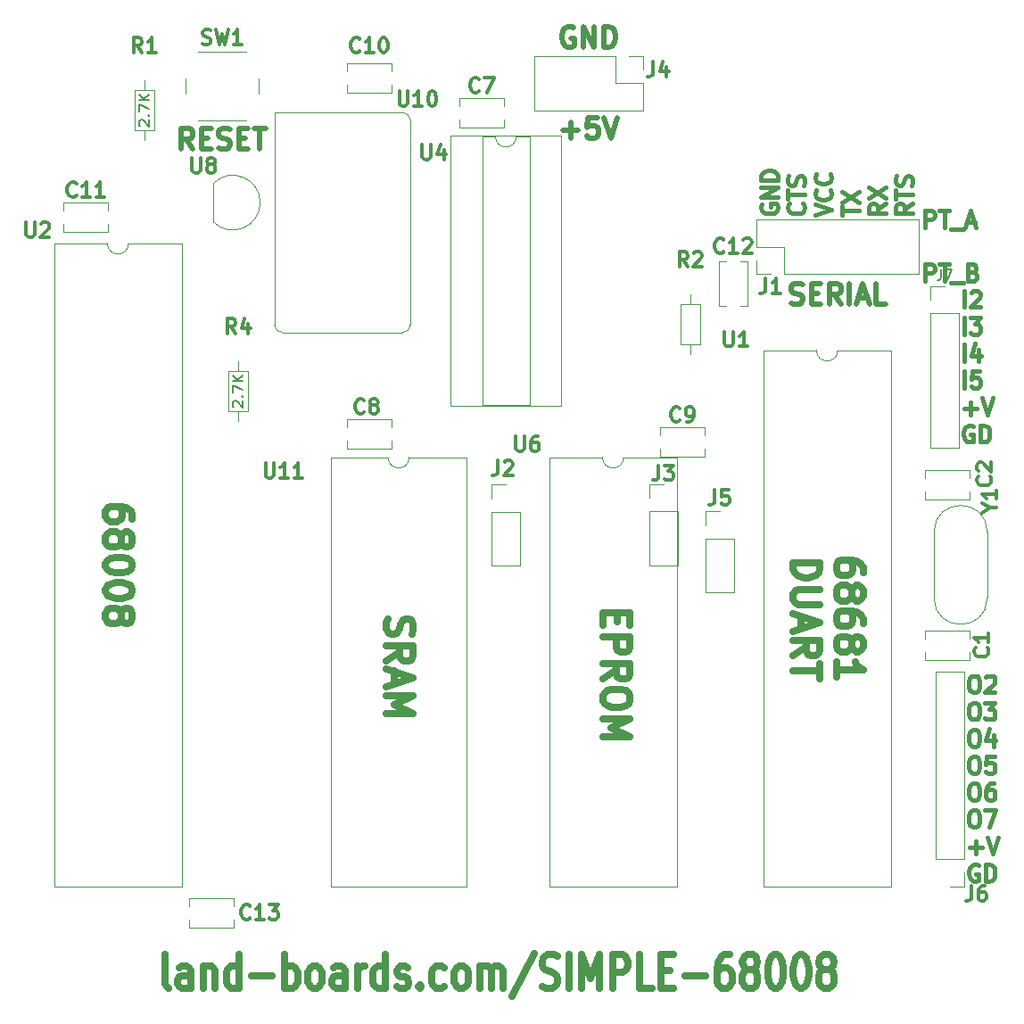
<source format=gto>
G04 #@! TF.GenerationSoftware,KiCad,Pcbnew,(6.0.1)*
G04 #@! TF.CreationDate,2022-09-13T20:38:39-04:00*
G04 #@! TF.ProjectId,SIMPLE-68008,53494d50-4c45-42d3-9638-3030382e6b69,1*
G04 #@! TF.SameCoordinates,Original*
G04 #@! TF.FileFunction,Legend,Top*
G04 #@! TF.FilePolarity,Positive*
%FSLAX46Y46*%
G04 Gerber Fmt 4.6, Leading zero omitted, Abs format (unit mm)*
G04 Created by KiCad (PCBNEW (6.0.1)) date 2022-09-13 20:38:39*
%MOMM*%
%LPD*%
G01*
G04 APERTURE LIST*
%ADD10C,0.381000*%
%ADD11C,0.476250*%
%ADD12C,0.396875*%
%ADD13C,0.635000*%
%ADD14C,0.150000*%
%ADD15C,0.349250*%
%ADD16C,0.120000*%
G04 APERTURE END LIST*
D10*
X180696507Y-72052467D02*
X180696507Y-70464967D01*
X181349650Y-70616158D02*
X181422221Y-70540563D01*
X181567364Y-70464967D01*
X181930221Y-70464967D01*
X182075364Y-70540563D01*
X182147935Y-70616158D01*
X182220507Y-70767348D01*
X182220507Y-70918539D01*
X182147935Y-71145324D01*
X181277078Y-72052467D01*
X182220507Y-72052467D01*
X180696507Y-74608342D02*
X180696507Y-73020842D01*
X181277078Y-73020842D02*
X182220507Y-73020842D01*
X181712507Y-73625604D01*
X181930221Y-73625604D01*
X182075364Y-73701199D01*
X182147935Y-73776795D01*
X182220507Y-73927985D01*
X182220507Y-74305961D01*
X182147935Y-74457152D01*
X182075364Y-74532747D01*
X181930221Y-74608342D01*
X181494792Y-74608342D01*
X181349650Y-74532747D01*
X181277078Y-74457152D01*
X180696507Y-77164217D02*
X180696507Y-75576717D01*
X182075364Y-76105884D02*
X182075364Y-77164217D01*
X181712507Y-75501122D02*
X181349650Y-76635051D01*
X182293078Y-76635051D01*
X180696507Y-79720092D02*
X180696507Y-78132592D01*
X182147935Y-78132592D02*
X181422221Y-78132592D01*
X181349650Y-78888545D01*
X181422221Y-78812949D01*
X181567364Y-78737354D01*
X181930221Y-78737354D01*
X182075364Y-78812949D01*
X182147935Y-78888545D01*
X182220507Y-79039735D01*
X182220507Y-79417711D01*
X182147935Y-79568902D01*
X182075364Y-79644497D01*
X181930221Y-79720092D01*
X181567364Y-79720092D01*
X181422221Y-79644497D01*
X181349650Y-79568902D01*
X180696507Y-81671205D02*
X181857650Y-81671205D01*
X181277078Y-82275967D02*
X181277078Y-81066443D01*
X182365650Y-80688467D02*
X182873650Y-82275967D01*
X183381650Y-80688467D01*
X181494792Y-83319938D02*
X181349650Y-83244342D01*
X181131935Y-83244342D01*
X180914221Y-83319938D01*
X180769078Y-83471128D01*
X180696507Y-83622318D01*
X180623935Y-83924699D01*
X180623935Y-84151485D01*
X180696507Y-84453866D01*
X180769078Y-84605057D01*
X180914221Y-84756247D01*
X181131935Y-84831842D01*
X181277078Y-84831842D01*
X181494792Y-84756247D01*
X181567364Y-84680652D01*
X181567364Y-84151485D01*
X181277078Y-84151485D01*
X182220507Y-84831842D02*
X182220507Y-83244342D01*
X182583364Y-83244342D01*
X182801078Y-83319938D01*
X182946221Y-83471128D01*
X183018792Y-83622318D01*
X183091364Y-83924699D01*
X183091364Y-84151485D01*
X183018792Y-84453866D01*
X182946221Y-84605057D01*
X182801078Y-84756247D01*
X182583364Y-84831842D01*
X182220507Y-84831842D01*
X181494792Y-107025092D02*
X181785078Y-107025092D01*
X181930221Y-107100688D01*
X182075364Y-107251878D01*
X182147935Y-107554259D01*
X182147935Y-108083426D01*
X182075364Y-108385807D01*
X181930221Y-108536997D01*
X181785078Y-108612592D01*
X181494792Y-108612592D01*
X181349650Y-108536997D01*
X181204507Y-108385807D01*
X181131935Y-108083426D01*
X181131935Y-107554259D01*
X181204507Y-107251878D01*
X181349650Y-107100688D01*
X181494792Y-107025092D01*
X182728507Y-107176283D02*
X182801078Y-107100688D01*
X182946221Y-107025092D01*
X183309078Y-107025092D01*
X183454221Y-107100688D01*
X183526792Y-107176283D01*
X183599364Y-107327473D01*
X183599364Y-107478664D01*
X183526792Y-107705449D01*
X182655935Y-108612592D01*
X183599364Y-108612592D01*
X181494792Y-109580967D02*
X181785078Y-109580967D01*
X181930221Y-109656563D01*
X182075364Y-109807753D01*
X182147935Y-110110134D01*
X182147935Y-110639301D01*
X182075364Y-110941682D01*
X181930221Y-111092872D01*
X181785078Y-111168467D01*
X181494792Y-111168467D01*
X181349650Y-111092872D01*
X181204507Y-110941682D01*
X181131935Y-110639301D01*
X181131935Y-110110134D01*
X181204507Y-109807753D01*
X181349650Y-109656563D01*
X181494792Y-109580967D01*
X182655935Y-109580967D02*
X183599364Y-109580967D01*
X183091364Y-110185729D01*
X183309078Y-110185729D01*
X183454221Y-110261324D01*
X183526792Y-110336920D01*
X183599364Y-110488110D01*
X183599364Y-110866086D01*
X183526792Y-111017277D01*
X183454221Y-111092872D01*
X183309078Y-111168467D01*
X182873650Y-111168467D01*
X182728507Y-111092872D01*
X182655935Y-111017277D01*
X181494792Y-112136842D02*
X181785078Y-112136842D01*
X181930221Y-112212438D01*
X182075364Y-112363628D01*
X182147935Y-112666009D01*
X182147935Y-113195176D01*
X182075364Y-113497557D01*
X181930221Y-113648747D01*
X181785078Y-113724342D01*
X181494792Y-113724342D01*
X181349650Y-113648747D01*
X181204507Y-113497557D01*
X181131935Y-113195176D01*
X181131935Y-112666009D01*
X181204507Y-112363628D01*
X181349650Y-112212438D01*
X181494792Y-112136842D01*
X183454221Y-112666009D02*
X183454221Y-113724342D01*
X183091364Y-112061247D02*
X182728507Y-113195176D01*
X183671935Y-113195176D01*
X181494792Y-114692717D02*
X181785078Y-114692717D01*
X181930221Y-114768313D01*
X182075364Y-114919503D01*
X182147935Y-115221884D01*
X182147935Y-115751051D01*
X182075364Y-116053432D01*
X181930221Y-116204622D01*
X181785078Y-116280217D01*
X181494792Y-116280217D01*
X181349650Y-116204622D01*
X181204507Y-116053432D01*
X181131935Y-115751051D01*
X181131935Y-115221884D01*
X181204507Y-114919503D01*
X181349650Y-114768313D01*
X181494792Y-114692717D01*
X183526792Y-114692717D02*
X182801078Y-114692717D01*
X182728507Y-115448670D01*
X182801078Y-115373074D01*
X182946221Y-115297479D01*
X183309078Y-115297479D01*
X183454221Y-115373074D01*
X183526792Y-115448670D01*
X183599364Y-115599860D01*
X183599364Y-115977836D01*
X183526792Y-116129027D01*
X183454221Y-116204622D01*
X183309078Y-116280217D01*
X182946221Y-116280217D01*
X182801078Y-116204622D01*
X182728507Y-116129027D01*
X181494792Y-117248592D02*
X181785078Y-117248592D01*
X181930221Y-117324188D01*
X182075364Y-117475378D01*
X182147935Y-117777759D01*
X182147935Y-118306926D01*
X182075364Y-118609307D01*
X181930221Y-118760497D01*
X181785078Y-118836092D01*
X181494792Y-118836092D01*
X181349650Y-118760497D01*
X181204507Y-118609307D01*
X181131935Y-118306926D01*
X181131935Y-117777759D01*
X181204507Y-117475378D01*
X181349650Y-117324188D01*
X181494792Y-117248592D01*
X183454221Y-117248592D02*
X183163935Y-117248592D01*
X183018792Y-117324188D01*
X182946221Y-117399783D01*
X182801078Y-117626568D01*
X182728507Y-117928949D01*
X182728507Y-118533711D01*
X182801078Y-118684902D01*
X182873650Y-118760497D01*
X183018792Y-118836092D01*
X183309078Y-118836092D01*
X183454221Y-118760497D01*
X183526792Y-118684902D01*
X183599364Y-118533711D01*
X183599364Y-118155735D01*
X183526792Y-118004545D01*
X183454221Y-117928949D01*
X183309078Y-117853354D01*
X183018792Y-117853354D01*
X182873650Y-117928949D01*
X182801078Y-118004545D01*
X182728507Y-118155735D01*
X181494792Y-119804467D02*
X181785078Y-119804467D01*
X181930221Y-119880063D01*
X182075364Y-120031253D01*
X182147935Y-120333634D01*
X182147935Y-120862801D01*
X182075364Y-121165182D01*
X181930221Y-121316372D01*
X181785078Y-121391967D01*
X181494792Y-121391967D01*
X181349650Y-121316372D01*
X181204507Y-121165182D01*
X181131935Y-120862801D01*
X181131935Y-120333634D01*
X181204507Y-120031253D01*
X181349650Y-119880063D01*
X181494792Y-119804467D01*
X182655935Y-119804467D02*
X183671935Y-119804467D01*
X183018792Y-121391967D01*
X181204507Y-123343080D02*
X182365650Y-123343080D01*
X181785078Y-123947842D02*
X181785078Y-122738318D01*
X182873650Y-122360342D02*
X183381650Y-123947842D01*
X183889650Y-122360342D01*
X182002792Y-124991813D02*
X181857650Y-124916217D01*
X181639935Y-124916217D01*
X181422221Y-124991813D01*
X181277078Y-125143003D01*
X181204507Y-125294193D01*
X181131935Y-125596574D01*
X181131935Y-125823360D01*
X181204507Y-126125741D01*
X181277078Y-126276932D01*
X181422221Y-126428122D01*
X181639935Y-126503717D01*
X181785078Y-126503717D01*
X182002792Y-126428122D01*
X182075364Y-126352527D01*
X182075364Y-125823360D01*
X181785078Y-125823360D01*
X182728507Y-126503717D02*
X182728507Y-124916217D01*
X183091364Y-124916217D01*
X183309078Y-124991813D01*
X183454221Y-125143003D01*
X183526792Y-125294193D01*
X183599364Y-125596574D01*
X183599364Y-125823360D01*
X183526792Y-126125741D01*
X183454221Y-126276932D01*
X183309078Y-126428122D01*
X183091364Y-126503717D01*
X182728507Y-126503717D01*
D11*
X164256357Y-71637071D02*
X164528500Y-71727785D01*
X164982071Y-71727785D01*
X165163500Y-71637071D01*
X165254214Y-71546357D01*
X165344928Y-71364928D01*
X165344928Y-71183500D01*
X165254214Y-71002071D01*
X165163500Y-70911357D01*
X164982071Y-70820642D01*
X164619214Y-70729928D01*
X164437785Y-70639214D01*
X164347071Y-70548500D01*
X164256357Y-70367071D01*
X164256357Y-70185642D01*
X164347071Y-70004214D01*
X164437785Y-69913500D01*
X164619214Y-69822785D01*
X165072785Y-69822785D01*
X165344928Y-69913500D01*
X166161357Y-70729928D02*
X166796357Y-70729928D01*
X167068500Y-71727785D02*
X166161357Y-71727785D01*
X166161357Y-69822785D01*
X167068500Y-69822785D01*
X168973500Y-71727785D02*
X168338500Y-70820642D01*
X167884928Y-71727785D02*
X167884928Y-69822785D01*
X168610642Y-69822785D01*
X168792071Y-69913500D01*
X168882785Y-70004214D01*
X168973500Y-70185642D01*
X168973500Y-70457785D01*
X168882785Y-70639214D01*
X168792071Y-70729928D01*
X168610642Y-70820642D01*
X167884928Y-70820642D01*
X169789928Y-71727785D02*
X169789928Y-69822785D01*
X170606357Y-71183500D02*
X171513500Y-71183500D01*
X170424928Y-71727785D02*
X171059928Y-69822785D01*
X171694928Y-71727785D01*
X173237071Y-71727785D02*
X172329928Y-71727785D01*
X172329928Y-69822785D01*
X107469214Y-56995785D02*
X106834214Y-56088642D01*
X106380642Y-56995785D02*
X106380642Y-55090785D01*
X107106357Y-55090785D01*
X107287785Y-55181500D01*
X107378500Y-55272214D01*
X107469214Y-55453642D01*
X107469214Y-55725785D01*
X107378500Y-55907214D01*
X107287785Y-55997928D01*
X107106357Y-56088642D01*
X106380642Y-56088642D01*
X108285642Y-55997928D02*
X108920642Y-55997928D01*
X109192785Y-56995785D02*
X108285642Y-56995785D01*
X108285642Y-55090785D01*
X109192785Y-55090785D01*
X109918500Y-56905071D02*
X110190642Y-56995785D01*
X110644214Y-56995785D01*
X110825642Y-56905071D01*
X110916357Y-56814357D01*
X111007071Y-56632928D01*
X111007071Y-56451500D01*
X110916357Y-56270071D01*
X110825642Y-56179357D01*
X110644214Y-56088642D01*
X110281357Y-55997928D01*
X110099928Y-55907214D01*
X110009214Y-55816500D01*
X109918500Y-55635071D01*
X109918500Y-55453642D01*
X110009214Y-55272214D01*
X110099928Y-55181500D01*
X110281357Y-55090785D01*
X110734928Y-55090785D01*
X111007071Y-55181500D01*
X111823500Y-55997928D02*
X112458500Y-55997928D01*
X112730642Y-56995785D02*
X111823500Y-56995785D01*
X111823500Y-55090785D01*
X112730642Y-55090785D01*
X113274928Y-55090785D02*
X114363500Y-55090785D01*
X113819214Y-56995785D02*
X113819214Y-55090785D01*
D12*
X176971944Y-64461279D02*
X176971944Y-62873779D01*
X177576706Y-62873779D01*
X177727897Y-62949375D01*
X177803492Y-63024970D01*
X177879087Y-63176160D01*
X177879087Y-63402946D01*
X177803492Y-63554136D01*
X177727897Y-63629732D01*
X177576706Y-63705327D01*
X176971944Y-63705327D01*
X178332659Y-62873779D02*
X179239802Y-62873779D01*
X178786230Y-64461279D02*
X178786230Y-62873779D01*
X179390992Y-64612470D02*
X180600516Y-64612470D01*
X180902897Y-64007708D02*
X181658849Y-64007708D01*
X180751706Y-64461279D02*
X181280873Y-62873779D01*
X181810040Y-64461279D01*
X176971944Y-69573029D02*
X176971944Y-67985529D01*
X177576706Y-67985529D01*
X177727897Y-68061125D01*
X177803492Y-68136720D01*
X177879087Y-68287910D01*
X177879087Y-68514696D01*
X177803492Y-68665886D01*
X177727897Y-68741482D01*
X177576706Y-68817077D01*
X176971944Y-68817077D01*
X178332659Y-67985529D02*
X179239802Y-67985529D01*
X178786230Y-69573029D02*
X178786230Y-67985529D01*
X179390992Y-69724220D02*
X180600516Y-69724220D01*
X181507659Y-68741482D02*
X181734444Y-68817077D01*
X181810040Y-68892672D01*
X181885635Y-69043863D01*
X181885635Y-69270648D01*
X181810040Y-69421839D01*
X181734444Y-69497434D01*
X181583254Y-69573029D01*
X180978492Y-69573029D01*
X180978492Y-67985529D01*
X181507659Y-67985529D01*
X181658849Y-68061125D01*
X181734444Y-68136720D01*
X181810040Y-68287910D01*
X181810040Y-68439101D01*
X181734444Y-68590291D01*
X181658849Y-68665886D01*
X181507659Y-68741482D01*
X180978492Y-68741482D01*
D13*
X105190333Y-136696153D02*
X104948428Y-136544963D01*
X104827476Y-136242582D01*
X104827476Y-133521153D01*
X107246523Y-136696153D02*
X107246523Y-135033058D01*
X107125571Y-134730677D01*
X106883666Y-134579486D01*
X106399857Y-134579486D01*
X106157952Y-134730677D01*
X107246523Y-136544963D02*
X107004619Y-136696153D01*
X106399857Y-136696153D01*
X106157952Y-136544963D01*
X106037000Y-136242582D01*
X106037000Y-135940201D01*
X106157952Y-135637820D01*
X106399857Y-135486629D01*
X107004619Y-135486629D01*
X107246523Y-135335439D01*
X108456047Y-134579486D02*
X108456047Y-136696153D01*
X108456047Y-134881867D02*
X108577000Y-134730677D01*
X108818904Y-134579486D01*
X109181761Y-134579486D01*
X109423666Y-134730677D01*
X109544619Y-135033058D01*
X109544619Y-136696153D01*
X111842714Y-136696153D02*
X111842714Y-133521153D01*
X111842714Y-136544963D02*
X111600809Y-136696153D01*
X111117000Y-136696153D01*
X110875095Y-136544963D01*
X110754142Y-136393772D01*
X110633190Y-136091391D01*
X110633190Y-135184248D01*
X110754142Y-134881867D01*
X110875095Y-134730677D01*
X111117000Y-134579486D01*
X111600809Y-134579486D01*
X111842714Y-134730677D01*
X113052238Y-135486629D02*
X114987476Y-135486629D01*
X116197000Y-136696153D02*
X116197000Y-133521153D01*
X116197000Y-134730677D02*
X116438904Y-134579486D01*
X116922714Y-134579486D01*
X117164619Y-134730677D01*
X117285571Y-134881867D01*
X117406523Y-135184248D01*
X117406523Y-136091391D01*
X117285571Y-136393772D01*
X117164619Y-136544963D01*
X116922714Y-136696153D01*
X116438904Y-136696153D01*
X116197000Y-136544963D01*
X118857952Y-136696153D02*
X118616047Y-136544963D01*
X118495095Y-136393772D01*
X118374142Y-136091391D01*
X118374142Y-135184248D01*
X118495095Y-134881867D01*
X118616047Y-134730677D01*
X118857952Y-134579486D01*
X119220809Y-134579486D01*
X119462714Y-134730677D01*
X119583666Y-134881867D01*
X119704619Y-135184248D01*
X119704619Y-136091391D01*
X119583666Y-136393772D01*
X119462714Y-136544963D01*
X119220809Y-136696153D01*
X118857952Y-136696153D01*
X121881761Y-136696153D02*
X121881761Y-135033058D01*
X121760809Y-134730677D01*
X121518904Y-134579486D01*
X121035095Y-134579486D01*
X120793190Y-134730677D01*
X121881761Y-136544963D02*
X121639857Y-136696153D01*
X121035095Y-136696153D01*
X120793190Y-136544963D01*
X120672238Y-136242582D01*
X120672238Y-135940201D01*
X120793190Y-135637820D01*
X121035095Y-135486629D01*
X121639857Y-135486629D01*
X121881761Y-135335439D01*
X123091285Y-136696153D02*
X123091285Y-134579486D01*
X123091285Y-135184248D02*
X123212238Y-134881867D01*
X123333190Y-134730677D01*
X123575095Y-134579486D01*
X123817000Y-134579486D01*
X125752238Y-136696153D02*
X125752238Y-133521153D01*
X125752238Y-136544963D02*
X125510333Y-136696153D01*
X125026523Y-136696153D01*
X124784619Y-136544963D01*
X124663666Y-136393772D01*
X124542714Y-136091391D01*
X124542714Y-135184248D01*
X124663666Y-134881867D01*
X124784619Y-134730677D01*
X125026523Y-134579486D01*
X125510333Y-134579486D01*
X125752238Y-134730677D01*
X126840809Y-136544963D02*
X127082714Y-136696153D01*
X127566523Y-136696153D01*
X127808428Y-136544963D01*
X127929380Y-136242582D01*
X127929380Y-136091391D01*
X127808428Y-135789010D01*
X127566523Y-135637820D01*
X127203666Y-135637820D01*
X126961761Y-135486629D01*
X126840809Y-135184248D01*
X126840809Y-135033058D01*
X126961761Y-134730677D01*
X127203666Y-134579486D01*
X127566523Y-134579486D01*
X127808428Y-134730677D01*
X129017952Y-136393772D02*
X129138904Y-136544963D01*
X129017952Y-136696153D01*
X128897000Y-136544963D01*
X129017952Y-136393772D01*
X129017952Y-136696153D01*
X131316047Y-136544963D02*
X131074142Y-136696153D01*
X130590333Y-136696153D01*
X130348428Y-136544963D01*
X130227476Y-136393772D01*
X130106523Y-136091391D01*
X130106523Y-135184248D01*
X130227476Y-134881867D01*
X130348428Y-134730677D01*
X130590333Y-134579486D01*
X131074142Y-134579486D01*
X131316047Y-134730677D01*
X132767476Y-136696153D02*
X132525571Y-136544963D01*
X132404619Y-136393772D01*
X132283666Y-136091391D01*
X132283666Y-135184248D01*
X132404619Y-134881867D01*
X132525571Y-134730677D01*
X132767476Y-134579486D01*
X133130333Y-134579486D01*
X133372238Y-134730677D01*
X133493190Y-134881867D01*
X133614142Y-135184248D01*
X133614142Y-136091391D01*
X133493190Y-136393772D01*
X133372238Y-136544963D01*
X133130333Y-136696153D01*
X132767476Y-136696153D01*
X134702714Y-136696153D02*
X134702714Y-134579486D01*
X134702714Y-134881867D02*
X134823666Y-134730677D01*
X135065571Y-134579486D01*
X135428428Y-134579486D01*
X135670333Y-134730677D01*
X135791285Y-135033058D01*
X135791285Y-136696153D01*
X135791285Y-135033058D02*
X135912238Y-134730677D01*
X136154142Y-134579486D01*
X136517000Y-134579486D01*
X136758904Y-134730677D01*
X136879857Y-135033058D01*
X136879857Y-136696153D01*
X139903666Y-133369963D02*
X137726523Y-137452105D01*
X140629380Y-136544963D02*
X140992238Y-136696153D01*
X141597000Y-136696153D01*
X141838904Y-136544963D01*
X141959857Y-136393772D01*
X142080809Y-136091391D01*
X142080809Y-135789010D01*
X141959857Y-135486629D01*
X141838904Y-135335439D01*
X141597000Y-135184248D01*
X141113190Y-135033058D01*
X140871285Y-134881867D01*
X140750333Y-134730677D01*
X140629380Y-134428296D01*
X140629380Y-134125915D01*
X140750333Y-133823534D01*
X140871285Y-133672344D01*
X141113190Y-133521153D01*
X141717952Y-133521153D01*
X142080809Y-133672344D01*
X143169380Y-136696153D02*
X143169380Y-133521153D01*
X144378904Y-136696153D02*
X144378904Y-133521153D01*
X145225571Y-135789010D01*
X146072238Y-133521153D01*
X146072238Y-136696153D01*
X147281761Y-136696153D02*
X147281761Y-133521153D01*
X148249380Y-133521153D01*
X148491285Y-133672344D01*
X148612238Y-133823534D01*
X148733190Y-134125915D01*
X148733190Y-134579486D01*
X148612238Y-134881867D01*
X148491285Y-135033058D01*
X148249380Y-135184248D01*
X147281761Y-135184248D01*
X151031285Y-136696153D02*
X149821761Y-136696153D01*
X149821761Y-133521153D01*
X151877952Y-135033058D02*
X152724619Y-135033058D01*
X153087476Y-136696153D02*
X151877952Y-136696153D01*
X151877952Y-133521153D01*
X153087476Y-133521153D01*
X154176047Y-135486629D02*
X156111285Y-135486629D01*
X158409380Y-133521153D02*
X157925571Y-133521153D01*
X157683666Y-133672344D01*
X157562714Y-133823534D01*
X157320809Y-134277105D01*
X157199857Y-134881867D01*
X157199857Y-136091391D01*
X157320809Y-136393772D01*
X157441761Y-136544963D01*
X157683666Y-136696153D01*
X158167476Y-136696153D01*
X158409380Y-136544963D01*
X158530333Y-136393772D01*
X158651285Y-136091391D01*
X158651285Y-135335439D01*
X158530333Y-135033058D01*
X158409380Y-134881867D01*
X158167476Y-134730677D01*
X157683666Y-134730677D01*
X157441761Y-134881867D01*
X157320809Y-135033058D01*
X157199857Y-135335439D01*
X160102714Y-134881867D02*
X159860809Y-134730677D01*
X159739857Y-134579486D01*
X159618904Y-134277105D01*
X159618904Y-134125915D01*
X159739857Y-133823534D01*
X159860809Y-133672344D01*
X160102714Y-133521153D01*
X160586523Y-133521153D01*
X160828428Y-133672344D01*
X160949380Y-133823534D01*
X161070333Y-134125915D01*
X161070333Y-134277105D01*
X160949380Y-134579486D01*
X160828428Y-134730677D01*
X160586523Y-134881867D01*
X160102714Y-134881867D01*
X159860809Y-135033058D01*
X159739857Y-135184248D01*
X159618904Y-135486629D01*
X159618904Y-136091391D01*
X159739857Y-136393772D01*
X159860809Y-136544963D01*
X160102714Y-136696153D01*
X160586523Y-136696153D01*
X160828428Y-136544963D01*
X160949380Y-136393772D01*
X161070333Y-136091391D01*
X161070333Y-135486629D01*
X160949380Y-135184248D01*
X160828428Y-135033058D01*
X160586523Y-134881867D01*
X162642714Y-133521153D02*
X162884619Y-133521153D01*
X163126523Y-133672344D01*
X163247476Y-133823534D01*
X163368428Y-134125915D01*
X163489380Y-134730677D01*
X163489380Y-135486629D01*
X163368428Y-136091391D01*
X163247476Y-136393772D01*
X163126523Y-136544963D01*
X162884619Y-136696153D01*
X162642714Y-136696153D01*
X162400809Y-136544963D01*
X162279857Y-136393772D01*
X162158904Y-136091391D01*
X162037952Y-135486629D01*
X162037952Y-134730677D01*
X162158904Y-134125915D01*
X162279857Y-133823534D01*
X162400809Y-133672344D01*
X162642714Y-133521153D01*
X165061761Y-133521153D02*
X165303666Y-133521153D01*
X165545571Y-133672344D01*
X165666523Y-133823534D01*
X165787476Y-134125915D01*
X165908428Y-134730677D01*
X165908428Y-135486629D01*
X165787476Y-136091391D01*
X165666523Y-136393772D01*
X165545571Y-136544963D01*
X165303666Y-136696153D01*
X165061761Y-136696153D01*
X164819857Y-136544963D01*
X164698904Y-136393772D01*
X164577952Y-136091391D01*
X164457000Y-135486629D01*
X164457000Y-134730677D01*
X164577952Y-134125915D01*
X164698904Y-133823534D01*
X164819857Y-133672344D01*
X165061761Y-133521153D01*
X167359857Y-134881867D02*
X167117952Y-134730677D01*
X166997000Y-134579486D01*
X166876047Y-134277105D01*
X166876047Y-134125915D01*
X166997000Y-133823534D01*
X167117952Y-133672344D01*
X167359857Y-133521153D01*
X167843666Y-133521153D01*
X168085571Y-133672344D01*
X168206523Y-133823534D01*
X168327476Y-134125915D01*
X168327476Y-134277105D01*
X168206523Y-134579486D01*
X168085571Y-134730677D01*
X167843666Y-134881867D01*
X167359857Y-134881867D01*
X167117952Y-135033058D01*
X166997000Y-135184248D01*
X166876047Y-135486629D01*
X166876047Y-136091391D01*
X166997000Y-136393772D01*
X167117952Y-136544963D01*
X167359857Y-136696153D01*
X167843666Y-136696153D01*
X168085571Y-136544963D01*
X168206523Y-136393772D01*
X168327476Y-136091391D01*
X168327476Y-135486629D01*
X168206523Y-135184248D01*
X168085571Y-135033058D01*
X167843666Y-134881867D01*
X125971904Y-101636285D02*
X125850952Y-101999142D01*
X125850952Y-102603904D01*
X125971904Y-102845809D01*
X126092857Y-102966761D01*
X126334761Y-103087714D01*
X126576666Y-103087714D01*
X126818571Y-102966761D01*
X126939523Y-102845809D01*
X127060476Y-102603904D01*
X127181428Y-102120095D01*
X127302380Y-101878190D01*
X127423333Y-101757238D01*
X127665238Y-101636285D01*
X127907142Y-101636285D01*
X128149047Y-101757238D01*
X128270000Y-101878190D01*
X128390952Y-102120095D01*
X128390952Y-102724857D01*
X128270000Y-103087714D01*
X125850952Y-105627714D02*
X127060476Y-104781047D01*
X125850952Y-104176285D02*
X128390952Y-104176285D01*
X128390952Y-105143904D01*
X128270000Y-105385809D01*
X128149047Y-105506761D01*
X127907142Y-105627714D01*
X127544285Y-105627714D01*
X127302380Y-105506761D01*
X127181428Y-105385809D01*
X127060476Y-105143904D01*
X127060476Y-104176285D01*
X126576666Y-106595333D02*
X126576666Y-107804857D01*
X125850952Y-106353428D02*
X128390952Y-107200095D01*
X125850952Y-108046761D01*
X125850952Y-108893428D02*
X128390952Y-108893428D01*
X126576666Y-109740095D01*
X128390952Y-110586761D01*
X125850952Y-110586761D01*
D11*
X143582571Y-45529500D02*
X143401142Y-45438785D01*
X143129000Y-45438785D01*
X142856857Y-45529500D01*
X142675428Y-45710928D01*
X142584714Y-45892357D01*
X142494000Y-46255214D01*
X142494000Y-46527357D01*
X142584714Y-46890214D01*
X142675428Y-47071642D01*
X142856857Y-47253071D01*
X143129000Y-47343785D01*
X143310428Y-47343785D01*
X143582571Y-47253071D01*
X143673285Y-47162357D01*
X143673285Y-46527357D01*
X143310428Y-46527357D01*
X144489714Y-47343785D02*
X144489714Y-45438785D01*
X145578285Y-47343785D01*
X145578285Y-45438785D01*
X146485428Y-47343785D02*
X146485428Y-45438785D01*
X146939000Y-45438785D01*
X147211142Y-45529500D01*
X147392571Y-45710928D01*
X147483285Y-45892357D01*
X147574000Y-46255214D01*
X147574000Y-46527357D01*
X147483285Y-46890214D01*
X147392571Y-47071642D01*
X147211142Y-47253071D01*
X146939000Y-47343785D01*
X146485428Y-47343785D01*
D13*
X147755428Y-101067809D02*
X147755428Y-101914476D01*
X146424952Y-102277333D02*
X146424952Y-101067809D01*
X148964952Y-101067809D01*
X148964952Y-102277333D01*
X146424952Y-103365904D02*
X148964952Y-103365904D01*
X148964952Y-104333523D01*
X148844000Y-104575428D01*
X148723047Y-104696380D01*
X148481142Y-104817333D01*
X148118285Y-104817333D01*
X147876380Y-104696380D01*
X147755428Y-104575428D01*
X147634476Y-104333523D01*
X147634476Y-103365904D01*
X146424952Y-107357333D02*
X147634476Y-106510666D01*
X146424952Y-105905904D02*
X148964952Y-105905904D01*
X148964952Y-106873523D01*
X148844000Y-107115428D01*
X148723047Y-107236380D01*
X148481142Y-107357333D01*
X148118285Y-107357333D01*
X147876380Y-107236380D01*
X147755428Y-107115428D01*
X147634476Y-106873523D01*
X147634476Y-105905904D01*
X148964952Y-108929714D02*
X148964952Y-109413523D01*
X148844000Y-109655428D01*
X148602095Y-109897333D01*
X148118285Y-110018285D01*
X147271619Y-110018285D01*
X146787809Y-109897333D01*
X146545904Y-109655428D01*
X146424952Y-109413523D01*
X146424952Y-108929714D01*
X146545904Y-108687809D01*
X146787809Y-108445904D01*
X147271619Y-108324952D01*
X148118285Y-108324952D01*
X148602095Y-108445904D01*
X148844000Y-108687809D01*
X148964952Y-108929714D01*
X146424952Y-111106857D02*
X148964952Y-111106857D01*
X147150666Y-111953523D01*
X148964952Y-112800190D01*
X146424952Y-112800190D01*
D11*
X142584714Y-55254071D02*
X144036142Y-55254071D01*
X143310428Y-55979785D02*
X143310428Y-54528357D01*
X145850428Y-54074785D02*
X144943285Y-54074785D01*
X144852571Y-54981928D01*
X144943285Y-54891214D01*
X145124714Y-54800500D01*
X145578285Y-54800500D01*
X145759714Y-54891214D01*
X145850428Y-54981928D01*
X145941142Y-55163357D01*
X145941142Y-55616928D01*
X145850428Y-55798357D01*
X145759714Y-55889071D01*
X145578285Y-55979785D01*
X145124714Y-55979785D01*
X144943285Y-55889071D01*
X144852571Y-55798357D01*
X146485428Y-54074785D02*
X147120428Y-55979785D01*
X147755428Y-54074785D01*
D13*
X171075652Y-97250714D02*
X171075652Y-96766904D01*
X170954700Y-96525000D01*
X170833747Y-96404047D01*
X170470890Y-96162142D01*
X169987080Y-96041190D01*
X169019461Y-96041190D01*
X168777557Y-96162142D01*
X168656604Y-96283095D01*
X168535652Y-96525000D01*
X168535652Y-97008809D01*
X168656604Y-97250714D01*
X168777557Y-97371666D01*
X169019461Y-97492619D01*
X169624223Y-97492619D01*
X169866128Y-97371666D01*
X169987080Y-97250714D01*
X170108033Y-97008809D01*
X170108033Y-96525000D01*
X169987080Y-96283095D01*
X169866128Y-96162142D01*
X169624223Y-96041190D01*
X169987080Y-98944047D02*
X170108033Y-98702142D01*
X170228985Y-98581190D01*
X170470890Y-98460238D01*
X170591842Y-98460238D01*
X170833747Y-98581190D01*
X170954700Y-98702142D01*
X171075652Y-98944047D01*
X171075652Y-99427857D01*
X170954700Y-99669761D01*
X170833747Y-99790714D01*
X170591842Y-99911666D01*
X170470890Y-99911666D01*
X170228985Y-99790714D01*
X170108033Y-99669761D01*
X169987080Y-99427857D01*
X169987080Y-98944047D01*
X169866128Y-98702142D01*
X169745176Y-98581190D01*
X169503271Y-98460238D01*
X169019461Y-98460238D01*
X168777557Y-98581190D01*
X168656604Y-98702142D01*
X168535652Y-98944047D01*
X168535652Y-99427857D01*
X168656604Y-99669761D01*
X168777557Y-99790714D01*
X169019461Y-99911666D01*
X169503271Y-99911666D01*
X169745176Y-99790714D01*
X169866128Y-99669761D01*
X169987080Y-99427857D01*
X171075652Y-102088809D02*
X171075652Y-101605000D01*
X170954700Y-101363095D01*
X170833747Y-101242142D01*
X170470890Y-101000238D01*
X169987080Y-100879285D01*
X169019461Y-100879285D01*
X168777557Y-101000238D01*
X168656604Y-101121190D01*
X168535652Y-101363095D01*
X168535652Y-101846904D01*
X168656604Y-102088809D01*
X168777557Y-102209761D01*
X169019461Y-102330714D01*
X169624223Y-102330714D01*
X169866128Y-102209761D01*
X169987080Y-102088809D01*
X170108033Y-101846904D01*
X170108033Y-101363095D01*
X169987080Y-101121190D01*
X169866128Y-101000238D01*
X169624223Y-100879285D01*
X169987080Y-103782142D02*
X170108033Y-103540238D01*
X170228985Y-103419285D01*
X170470890Y-103298333D01*
X170591842Y-103298333D01*
X170833747Y-103419285D01*
X170954700Y-103540238D01*
X171075652Y-103782142D01*
X171075652Y-104265952D01*
X170954700Y-104507857D01*
X170833747Y-104628809D01*
X170591842Y-104749761D01*
X170470890Y-104749761D01*
X170228985Y-104628809D01*
X170108033Y-104507857D01*
X169987080Y-104265952D01*
X169987080Y-103782142D01*
X169866128Y-103540238D01*
X169745176Y-103419285D01*
X169503271Y-103298333D01*
X169019461Y-103298333D01*
X168777557Y-103419285D01*
X168656604Y-103540238D01*
X168535652Y-103782142D01*
X168535652Y-104265952D01*
X168656604Y-104507857D01*
X168777557Y-104628809D01*
X169019461Y-104749761D01*
X169503271Y-104749761D01*
X169745176Y-104628809D01*
X169866128Y-104507857D01*
X169987080Y-104265952D01*
X168535652Y-107168809D02*
X168535652Y-105717380D01*
X168535652Y-106443095D02*
X171075652Y-106443095D01*
X170712795Y-106201190D01*
X170470890Y-105959285D01*
X170349938Y-105717380D01*
X164446252Y-96283095D02*
X166986252Y-96283095D01*
X166986252Y-96887857D01*
X166865300Y-97250714D01*
X166623395Y-97492619D01*
X166381490Y-97613571D01*
X165897680Y-97734523D01*
X165534823Y-97734523D01*
X165051014Y-97613571D01*
X164809109Y-97492619D01*
X164567204Y-97250714D01*
X164446252Y-96887857D01*
X164446252Y-96283095D01*
X166986252Y-98823095D02*
X164930061Y-98823095D01*
X164688157Y-98944047D01*
X164567204Y-99065000D01*
X164446252Y-99306904D01*
X164446252Y-99790714D01*
X164567204Y-100032619D01*
X164688157Y-100153571D01*
X164930061Y-100274523D01*
X166986252Y-100274523D01*
X165171966Y-101363095D02*
X165171966Y-102572619D01*
X164446252Y-101121190D02*
X166986252Y-101967857D01*
X164446252Y-102814523D01*
X164446252Y-105112619D02*
X165655776Y-104265952D01*
X164446252Y-103661190D02*
X166986252Y-103661190D01*
X166986252Y-104628809D01*
X166865300Y-104870714D01*
X166744347Y-104991666D01*
X166502442Y-105112619D01*
X166139585Y-105112619D01*
X165897680Y-104991666D01*
X165776728Y-104870714D01*
X165655776Y-104628809D01*
X165655776Y-103661190D01*
X166986252Y-105838333D02*
X166986252Y-107289761D01*
X164446252Y-106564047D02*
X166986252Y-106564047D01*
X101720952Y-92165714D02*
X101720952Y-91681904D01*
X101600000Y-91440000D01*
X101479047Y-91319047D01*
X101116190Y-91077142D01*
X100632380Y-90956190D01*
X99664761Y-90956190D01*
X99422857Y-91077142D01*
X99301904Y-91198095D01*
X99180952Y-91440000D01*
X99180952Y-91923809D01*
X99301904Y-92165714D01*
X99422857Y-92286666D01*
X99664761Y-92407619D01*
X100269523Y-92407619D01*
X100511428Y-92286666D01*
X100632380Y-92165714D01*
X100753333Y-91923809D01*
X100753333Y-91440000D01*
X100632380Y-91198095D01*
X100511428Y-91077142D01*
X100269523Y-90956190D01*
X100632380Y-93859047D02*
X100753333Y-93617142D01*
X100874285Y-93496190D01*
X101116190Y-93375238D01*
X101237142Y-93375238D01*
X101479047Y-93496190D01*
X101600000Y-93617142D01*
X101720952Y-93859047D01*
X101720952Y-94342857D01*
X101600000Y-94584761D01*
X101479047Y-94705714D01*
X101237142Y-94826666D01*
X101116190Y-94826666D01*
X100874285Y-94705714D01*
X100753333Y-94584761D01*
X100632380Y-94342857D01*
X100632380Y-93859047D01*
X100511428Y-93617142D01*
X100390476Y-93496190D01*
X100148571Y-93375238D01*
X99664761Y-93375238D01*
X99422857Y-93496190D01*
X99301904Y-93617142D01*
X99180952Y-93859047D01*
X99180952Y-94342857D01*
X99301904Y-94584761D01*
X99422857Y-94705714D01*
X99664761Y-94826666D01*
X100148571Y-94826666D01*
X100390476Y-94705714D01*
X100511428Y-94584761D01*
X100632380Y-94342857D01*
X101720952Y-96399047D02*
X101720952Y-96640952D01*
X101600000Y-96882857D01*
X101479047Y-97003809D01*
X101237142Y-97124761D01*
X100753333Y-97245714D01*
X100148571Y-97245714D01*
X99664761Y-97124761D01*
X99422857Y-97003809D01*
X99301904Y-96882857D01*
X99180952Y-96640952D01*
X99180952Y-96399047D01*
X99301904Y-96157142D01*
X99422857Y-96036190D01*
X99664761Y-95915238D01*
X100148571Y-95794285D01*
X100753333Y-95794285D01*
X101237142Y-95915238D01*
X101479047Y-96036190D01*
X101600000Y-96157142D01*
X101720952Y-96399047D01*
X101720952Y-98818095D02*
X101720952Y-99060000D01*
X101600000Y-99301904D01*
X101479047Y-99422857D01*
X101237142Y-99543809D01*
X100753333Y-99664761D01*
X100148571Y-99664761D01*
X99664761Y-99543809D01*
X99422857Y-99422857D01*
X99301904Y-99301904D01*
X99180952Y-99060000D01*
X99180952Y-98818095D01*
X99301904Y-98576190D01*
X99422857Y-98455238D01*
X99664761Y-98334285D01*
X100148571Y-98213333D01*
X100753333Y-98213333D01*
X101237142Y-98334285D01*
X101479047Y-98455238D01*
X101600000Y-98576190D01*
X101720952Y-98818095D01*
X100632380Y-101116190D02*
X100753333Y-100874285D01*
X100874285Y-100753333D01*
X101116190Y-100632380D01*
X101237142Y-100632380D01*
X101479047Y-100753333D01*
X101600000Y-100874285D01*
X101720952Y-101116190D01*
X101720952Y-101600000D01*
X101600000Y-101841904D01*
X101479047Y-101962857D01*
X101237142Y-102083809D01*
X101116190Y-102083809D01*
X100874285Y-101962857D01*
X100753333Y-101841904D01*
X100632380Y-101600000D01*
X100632380Y-101116190D01*
X100511428Y-100874285D01*
X100390476Y-100753333D01*
X100148571Y-100632380D01*
X99664761Y-100632380D01*
X99422857Y-100753333D01*
X99301904Y-100874285D01*
X99180952Y-101116190D01*
X99180952Y-101600000D01*
X99301904Y-101841904D01*
X99422857Y-101962857D01*
X99664761Y-102083809D01*
X100148571Y-102083809D01*
X100390476Y-101962857D01*
X100511428Y-101841904D01*
X100632380Y-101600000D01*
D10*
X161472563Y-62290207D02*
X161396967Y-62435350D01*
X161396967Y-62653064D01*
X161472563Y-62870778D01*
X161623753Y-63015921D01*
X161774943Y-63088492D01*
X162077324Y-63161064D01*
X162304110Y-63161064D01*
X162606491Y-63088492D01*
X162757682Y-63015921D01*
X162908872Y-62870778D01*
X162984467Y-62653064D01*
X162984467Y-62507921D01*
X162908872Y-62290207D01*
X162833277Y-62217635D01*
X162304110Y-62217635D01*
X162304110Y-62507921D01*
X162984467Y-61564492D02*
X161396967Y-61564492D01*
X162984467Y-60693635D01*
X161396967Y-60693635D01*
X162984467Y-59967921D02*
X161396967Y-59967921D01*
X161396967Y-59605064D01*
X161472563Y-59387350D01*
X161623753Y-59242207D01*
X161774943Y-59169635D01*
X162077324Y-59097064D01*
X162304110Y-59097064D01*
X162606491Y-59169635D01*
X162757682Y-59242207D01*
X162908872Y-59387350D01*
X162984467Y-59605064D01*
X162984467Y-59967921D01*
X165389152Y-62217635D02*
X165464747Y-62290207D01*
X165540342Y-62507921D01*
X165540342Y-62653064D01*
X165464747Y-62870778D01*
X165313557Y-63015921D01*
X165162366Y-63088492D01*
X164859985Y-63161064D01*
X164633199Y-63161064D01*
X164330818Y-63088492D01*
X164179628Y-63015921D01*
X164028438Y-62870778D01*
X163952842Y-62653064D01*
X163952842Y-62507921D01*
X164028438Y-62290207D01*
X164104033Y-62217635D01*
X163952842Y-61782207D02*
X163952842Y-60911350D01*
X165540342Y-61346778D02*
X163952842Y-61346778D01*
X165464747Y-60475921D02*
X165540342Y-60258207D01*
X165540342Y-59895350D01*
X165464747Y-59750207D01*
X165389152Y-59677635D01*
X165237961Y-59605064D01*
X165086771Y-59605064D01*
X164935580Y-59677635D01*
X164859985Y-59750207D01*
X164784390Y-59895350D01*
X164708795Y-60185635D01*
X164633199Y-60330778D01*
X164557604Y-60403350D01*
X164406414Y-60475921D01*
X164255223Y-60475921D01*
X164104033Y-60403350D01*
X164028438Y-60330778D01*
X163952842Y-60185635D01*
X163952842Y-59822778D01*
X164028438Y-59605064D01*
X166508717Y-63306207D02*
X168096217Y-62798207D01*
X166508717Y-62290207D01*
X167945027Y-60911350D02*
X168020622Y-60983921D01*
X168096217Y-61201635D01*
X168096217Y-61346778D01*
X168020622Y-61564492D01*
X167869432Y-61709635D01*
X167718241Y-61782207D01*
X167415860Y-61854778D01*
X167189074Y-61854778D01*
X166886693Y-61782207D01*
X166735503Y-61709635D01*
X166584313Y-61564492D01*
X166508717Y-61346778D01*
X166508717Y-61201635D01*
X166584313Y-60983921D01*
X166659908Y-60911350D01*
X167945027Y-59387350D02*
X168020622Y-59459921D01*
X168096217Y-59677635D01*
X168096217Y-59822778D01*
X168020622Y-60040492D01*
X167869432Y-60185635D01*
X167718241Y-60258207D01*
X167415860Y-60330778D01*
X167189074Y-60330778D01*
X166886693Y-60258207D01*
X166735503Y-60185635D01*
X166584313Y-60040492D01*
X166508717Y-59822778D01*
X166508717Y-59677635D01*
X166584313Y-59459921D01*
X166659908Y-59387350D01*
X169064592Y-63306207D02*
X169064592Y-62435350D01*
X170652092Y-62870778D02*
X169064592Y-62870778D01*
X169064592Y-62072492D02*
X170652092Y-61056492D01*
X169064592Y-61056492D02*
X170652092Y-62072492D01*
X173207967Y-62217635D02*
X172452015Y-62725635D01*
X173207967Y-63088492D02*
X171620467Y-63088492D01*
X171620467Y-62507921D01*
X171696063Y-62362778D01*
X171771658Y-62290207D01*
X171922848Y-62217635D01*
X172149634Y-62217635D01*
X172300824Y-62290207D01*
X172376420Y-62362778D01*
X172452015Y-62507921D01*
X172452015Y-63088492D01*
X171620467Y-61709635D02*
X173207967Y-60693635D01*
X171620467Y-60693635D02*
X173207967Y-61709635D01*
X175763842Y-62217635D02*
X175007890Y-62725635D01*
X175763842Y-63088492D02*
X174176342Y-63088492D01*
X174176342Y-62507921D01*
X174251938Y-62362778D01*
X174327533Y-62290207D01*
X174478723Y-62217635D01*
X174705509Y-62217635D01*
X174856699Y-62290207D01*
X174932295Y-62362778D01*
X175007890Y-62507921D01*
X175007890Y-63088492D01*
X174176342Y-61782207D02*
X174176342Y-60911350D01*
X175763842Y-61346778D02*
X174176342Y-61346778D01*
X175688247Y-60475921D02*
X175763842Y-60258207D01*
X175763842Y-59895350D01*
X175688247Y-59750207D01*
X175612652Y-59677635D01*
X175461461Y-59605064D01*
X175310271Y-59605064D01*
X175159080Y-59677635D01*
X175083485Y-59750207D01*
X175007890Y-59895350D01*
X174932295Y-60185635D01*
X174856699Y-60330778D01*
X174781104Y-60403350D01*
X174629914Y-60475921D01*
X174478723Y-60475921D01*
X174327533Y-60403350D01*
X174251938Y-60330778D01*
X174176342Y-60185635D01*
X174176342Y-59822778D01*
X174251938Y-59605064D01*
D14*
X178482666Y-68496380D02*
X178482666Y-69210666D01*
X178435047Y-69353523D01*
X178339809Y-69448761D01*
X178196952Y-69496380D01*
X178101714Y-69496380D01*
X178863619Y-68496380D02*
X179530285Y-68496380D01*
X179101714Y-69496380D01*
D15*
X181398333Y-126996976D02*
X181398333Y-127994833D01*
X181331809Y-128194404D01*
X181198761Y-128327452D01*
X180999190Y-128393976D01*
X180866142Y-128393976D01*
X182662285Y-126996976D02*
X182396190Y-126996976D01*
X182263142Y-127063500D01*
X182196619Y-127130023D01*
X182063571Y-127329595D01*
X181997047Y-127595690D01*
X181997047Y-128127880D01*
X182063571Y-128260928D01*
X182130095Y-128327452D01*
X182263142Y-128393976D01*
X182529238Y-128393976D01*
X182662285Y-128327452D01*
X182728809Y-128260928D01*
X182795333Y-128127880D01*
X182795333Y-127795261D01*
X182728809Y-127662214D01*
X182662285Y-127595690D01*
X182529238Y-127529166D01*
X182263142Y-127529166D01*
X182130095Y-127595690D01*
X182063571Y-127662214D01*
X181997047Y-127795261D01*
X138127619Y-84324976D02*
X138127619Y-85455880D01*
X138194142Y-85588928D01*
X138260666Y-85655452D01*
X138393714Y-85721976D01*
X138659809Y-85721976D01*
X138792857Y-85655452D01*
X138859380Y-85588928D01*
X138925904Y-85455880D01*
X138925904Y-84324976D01*
X140189857Y-84324976D02*
X139923761Y-84324976D01*
X139790714Y-84391500D01*
X139724190Y-84458023D01*
X139591142Y-84657595D01*
X139524619Y-84923690D01*
X139524619Y-85455880D01*
X139591142Y-85588928D01*
X139657666Y-85655452D01*
X139790714Y-85721976D01*
X140056809Y-85721976D01*
X140189857Y-85655452D01*
X140256380Y-85588928D01*
X140322904Y-85455880D01*
X140322904Y-85123261D01*
X140256380Y-84990214D01*
X140189857Y-84923690D01*
X140056809Y-84857166D01*
X139790714Y-84857166D01*
X139657666Y-84923690D01*
X139591142Y-84990214D01*
X139524619Y-85123261D01*
X151680333Y-87074976D02*
X151680333Y-88072833D01*
X151613809Y-88272404D01*
X151480761Y-88405452D01*
X151281190Y-88471976D01*
X151148142Y-88471976D01*
X152212523Y-87074976D02*
X153077333Y-87074976D01*
X152611666Y-87607166D01*
X152811238Y-87607166D01*
X152944285Y-87673690D01*
X153010809Y-87740214D01*
X153077333Y-87873261D01*
X153077333Y-88205880D01*
X153010809Y-88338928D01*
X152944285Y-88405452D01*
X152811238Y-88471976D01*
X152412095Y-88471976D01*
X152279047Y-88405452D01*
X152212523Y-88338928D01*
X154453166Y-68195976D02*
X153987500Y-67530738D01*
X153654880Y-68195976D02*
X153654880Y-66798976D01*
X154187071Y-66798976D01*
X154320119Y-66865500D01*
X154386642Y-66932023D01*
X154453166Y-67065071D01*
X154453166Y-67264642D01*
X154386642Y-67397690D01*
X154320119Y-67464214D01*
X154187071Y-67530738D01*
X153654880Y-67530738D01*
X154985357Y-66932023D02*
X155051880Y-66865500D01*
X155184928Y-66798976D01*
X155517547Y-66798976D01*
X155650595Y-66865500D01*
X155717119Y-66932023D01*
X155783642Y-67065071D01*
X155783642Y-67198119D01*
X155717119Y-67397690D01*
X154918833Y-68195976D01*
X155783642Y-68195976D01*
X127048380Y-51558976D02*
X127048380Y-52689880D01*
X127114904Y-52822928D01*
X127181428Y-52889452D01*
X127314476Y-52955976D01*
X127580571Y-52955976D01*
X127713619Y-52889452D01*
X127780142Y-52822928D01*
X127846666Y-52689880D01*
X127846666Y-51558976D01*
X129243666Y-52955976D02*
X128445380Y-52955976D01*
X128844523Y-52955976D02*
X128844523Y-51558976D01*
X128711476Y-51758547D01*
X128578428Y-51891595D01*
X128445380Y-51958119D01*
X130108476Y-51558976D02*
X130241523Y-51558976D01*
X130374571Y-51625500D01*
X130441095Y-51692023D01*
X130507619Y-51825071D01*
X130574142Y-52091166D01*
X130574142Y-52423785D01*
X130507619Y-52689880D01*
X130441095Y-52822928D01*
X130374571Y-52889452D01*
X130241523Y-52955976D01*
X130108476Y-52955976D01*
X129975428Y-52889452D01*
X129908904Y-52822928D01*
X129842380Y-52689880D01*
X129775857Y-52423785D01*
X129775857Y-52091166D01*
X129842380Y-51825071D01*
X129908904Y-51692023D01*
X129975428Y-51625500D01*
X130108476Y-51558976D01*
X182870928Y-104372833D02*
X182937452Y-104439357D01*
X183003976Y-104638928D01*
X183003976Y-104771976D01*
X182937452Y-104971547D01*
X182804404Y-105104595D01*
X182671357Y-105171119D01*
X182405261Y-105237642D01*
X182205690Y-105237642D01*
X181939595Y-105171119D01*
X181806547Y-105104595D01*
X181673500Y-104971547D01*
X181606976Y-104771976D01*
X181606976Y-104638928D01*
X181673500Y-104439357D01*
X181740023Y-104372833D01*
X183003976Y-103042357D02*
X183003976Y-103840642D01*
X183003976Y-103441500D02*
X181606976Y-103441500D01*
X181806547Y-103574547D01*
X181939595Y-103707595D01*
X182006119Y-103840642D01*
X183100738Y-91089238D02*
X183765976Y-91089238D01*
X182368976Y-91554904D02*
X183100738Y-91089238D01*
X182368976Y-90623571D01*
X183765976Y-89426142D02*
X183765976Y-90224428D01*
X183765976Y-89825285D02*
X182368976Y-89825285D01*
X182568547Y-89958333D01*
X182701595Y-90091380D01*
X182768119Y-90224428D01*
X183124928Y-88116833D02*
X183191452Y-88183357D01*
X183257976Y-88382928D01*
X183257976Y-88515976D01*
X183191452Y-88715547D01*
X183058404Y-88848595D01*
X182925357Y-88915119D01*
X182659261Y-88981642D01*
X182459690Y-88981642D01*
X182193595Y-88915119D01*
X182060547Y-88848595D01*
X181927500Y-88715547D01*
X181860976Y-88515976D01*
X181860976Y-88382928D01*
X181927500Y-88183357D01*
X181994023Y-88116833D01*
X181994023Y-87584642D02*
X181927500Y-87518119D01*
X181860976Y-87385071D01*
X181860976Y-87052452D01*
X181927500Y-86919404D01*
X181994023Y-86852880D01*
X182127071Y-86786357D01*
X182260119Y-86786357D01*
X182459690Y-86852880D01*
X183257976Y-87651166D01*
X183257976Y-86786357D01*
X161840333Y-69338976D02*
X161840333Y-70336833D01*
X161773809Y-70536404D01*
X161640761Y-70669452D01*
X161441190Y-70735976D01*
X161308142Y-70735976D01*
X163237333Y-70735976D02*
X162439047Y-70735976D01*
X162838190Y-70735976D02*
X162838190Y-69338976D01*
X162705142Y-69538547D01*
X162572095Y-69671595D01*
X162439047Y-69738119D01*
X157939619Y-74379976D02*
X157939619Y-75510880D01*
X158006142Y-75643928D01*
X158072666Y-75710452D01*
X158205714Y-75776976D01*
X158471809Y-75776976D01*
X158604857Y-75710452D01*
X158671380Y-75643928D01*
X158737904Y-75510880D01*
X158737904Y-74379976D01*
X160134904Y-75776976D02*
X159336619Y-75776976D01*
X159735761Y-75776976D02*
X159735761Y-74379976D01*
X159602714Y-74579547D01*
X159469666Y-74712595D01*
X159336619Y-74779119D01*
X114348380Y-86864976D02*
X114348380Y-87995880D01*
X114414904Y-88128928D01*
X114481428Y-88195452D01*
X114614476Y-88261976D01*
X114880571Y-88261976D01*
X115013619Y-88195452D01*
X115080142Y-88128928D01*
X115146666Y-87995880D01*
X115146666Y-86864976D01*
X116543666Y-88261976D02*
X115745380Y-88261976D01*
X116144523Y-88261976D02*
X116144523Y-86864976D01*
X116011476Y-87064547D01*
X115878428Y-87197595D01*
X115745380Y-87264119D01*
X117874142Y-88261976D02*
X117075857Y-88261976D01*
X117475000Y-88261976D02*
X117475000Y-86864976D01*
X117341952Y-87064547D01*
X117208904Y-87197595D01*
X117075857Y-87264119D01*
X129237619Y-56638976D02*
X129237619Y-57769880D01*
X129304142Y-57902928D01*
X129370666Y-57969452D01*
X129503714Y-58035976D01*
X129769809Y-58035976D01*
X129902857Y-57969452D01*
X129969380Y-57902928D01*
X130035904Y-57769880D01*
X130035904Y-56638976D01*
X131299857Y-57104642D02*
X131299857Y-58035976D01*
X130967238Y-56572452D02*
X130634619Y-57570309D01*
X131499428Y-57570309D01*
X91645619Y-64004976D02*
X91645619Y-65135880D01*
X91712142Y-65268928D01*
X91778666Y-65335452D01*
X91911714Y-65401976D01*
X92177809Y-65401976D01*
X92310857Y-65335452D01*
X92377380Y-65268928D01*
X92443904Y-65135880D01*
X92443904Y-64004976D01*
X93042619Y-64138023D02*
X93109142Y-64071500D01*
X93242190Y-64004976D01*
X93574809Y-64004976D01*
X93707857Y-64071500D01*
X93774380Y-64138023D01*
X93840904Y-64271071D01*
X93840904Y-64404119D01*
X93774380Y-64603690D01*
X92976095Y-65401976D01*
X93840904Y-65401976D01*
X123719166Y-82032928D02*
X123652642Y-82099452D01*
X123453071Y-82165976D01*
X123320023Y-82165976D01*
X123120452Y-82099452D01*
X122987404Y-81966404D01*
X122920880Y-81833357D01*
X122854357Y-81567261D01*
X122854357Y-81367690D01*
X122920880Y-81101595D01*
X122987404Y-80968547D01*
X123120452Y-80835500D01*
X123320023Y-80768976D01*
X123453071Y-80768976D01*
X123652642Y-80835500D01*
X123719166Y-80902023D01*
X124517452Y-81367690D02*
X124384404Y-81301166D01*
X124317880Y-81234642D01*
X124251357Y-81101595D01*
X124251357Y-81035071D01*
X124317880Y-80902023D01*
X124384404Y-80835500D01*
X124517452Y-80768976D01*
X124783547Y-80768976D01*
X124916595Y-80835500D01*
X124983119Y-80902023D01*
X125049642Y-81035071D01*
X125049642Y-81101595D01*
X124983119Y-81234642D01*
X124916595Y-81301166D01*
X124783547Y-81367690D01*
X124517452Y-81367690D01*
X124384404Y-81434214D01*
X124317880Y-81500738D01*
X124251357Y-81633785D01*
X124251357Y-81899880D01*
X124317880Y-82032928D01*
X124384404Y-82099452D01*
X124517452Y-82165976D01*
X124783547Y-82165976D01*
X124916595Y-82099452D01*
X124983119Y-82032928D01*
X125049642Y-81899880D01*
X125049642Y-81633785D01*
X124983119Y-81500738D01*
X124916595Y-81434214D01*
X124783547Y-81367690D01*
X102637166Y-47875976D02*
X102171500Y-47210738D01*
X101838880Y-47875976D02*
X101838880Y-46478976D01*
X102371071Y-46478976D01*
X102504119Y-46545500D01*
X102570642Y-46612023D01*
X102637166Y-46745071D01*
X102637166Y-46944642D01*
X102570642Y-47077690D01*
X102504119Y-47144214D01*
X102371071Y-47210738D01*
X101838880Y-47210738D01*
X103967642Y-47875976D02*
X103169357Y-47875976D01*
X103568500Y-47875976D02*
X103568500Y-46478976D01*
X103435452Y-46678547D01*
X103302404Y-46811595D01*
X103169357Y-46878119D01*
D14*
X102417619Y-54840000D02*
X102370000Y-54792380D01*
X102322380Y-54697142D01*
X102322380Y-54459047D01*
X102370000Y-54363809D01*
X102417619Y-54316190D01*
X102512857Y-54268571D01*
X102608095Y-54268571D01*
X102750952Y-54316190D01*
X103322380Y-54887619D01*
X103322380Y-54268571D01*
X103227142Y-53840000D02*
X103274761Y-53792380D01*
X103322380Y-53840000D01*
X103274761Y-53887619D01*
X103227142Y-53840000D01*
X103322380Y-53840000D01*
X102322380Y-53459047D02*
X102322380Y-52792380D01*
X103322380Y-53220952D01*
X103322380Y-52411428D02*
X102322380Y-52411428D01*
X103322380Y-51840000D02*
X102750952Y-52268571D01*
X102322380Y-51840000D02*
X102893809Y-52411428D01*
D15*
X112893928Y-130038928D02*
X112827404Y-130105452D01*
X112627833Y-130171976D01*
X112494785Y-130171976D01*
X112295214Y-130105452D01*
X112162166Y-129972404D01*
X112095642Y-129839357D01*
X112029119Y-129573261D01*
X112029119Y-129373690D01*
X112095642Y-129107595D01*
X112162166Y-128974547D01*
X112295214Y-128841500D01*
X112494785Y-128774976D01*
X112627833Y-128774976D01*
X112827404Y-128841500D01*
X112893928Y-128908023D01*
X114224404Y-130171976D02*
X113426119Y-130171976D01*
X113825261Y-130171976D02*
X113825261Y-128774976D01*
X113692214Y-128974547D01*
X113559166Y-129107595D01*
X113426119Y-129174119D01*
X114690071Y-128774976D02*
X115554880Y-128774976D01*
X115089214Y-129307166D01*
X115288785Y-129307166D01*
X115421833Y-129373690D01*
X115488357Y-129440214D01*
X115554880Y-129573261D01*
X115554880Y-129905880D01*
X115488357Y-130038928D01*
X115421833Y-130105452D01*
X115288785Y-130171976D01*
X114889642Y-130171976D01*
X114756595Y-130105452D01*
X114690071Y-130038928D01*
X111527166Y-74545976D02*
X111061500Y-73880738D01*
X110728880Y-74545976D02*
X110728880Y-73148976D01*
X111261071Y-73148976D01*
X111394119Y-73215500D01*
X111460642Y-73282023D01*
X111527166Y-73415071D01*
X111527166Y-73614642D01*
X111460642Y-73747690D01*
X111394119Y-73814214D01*
X111261071Y-73880738D01*
X110728880Y-73880738D01*
X112724595Y-73614642D02*
X112724595Y-74545976D01*
X112391976Y-73082452D02*
X112059357Y-74080309D01*
X112924166Y-74080309D01*
D14*
X111307619Y-81510000D02*
X111260000Y-81462380D01*
X111212380Y-81367142D01*
X111212380Y-81129047D01*
X111260000Y-81033809D01*
X111307619Y-80986190D01*
X111402857Y-80938571D01*
X111498095Y-80938571D01*
X111640952Y-80986190D01*
X112212380Y-81557619D01*
X112212380Y-80938571D01*
X112117142Y-80510000D02*
X112164761Y-80462380D01*
X112212380Y-80510000D01*
X112164761Y-80557619D01*
X112117142Y-80510000D01*
X112212380Y-80510000D01*
X111212380Y-80129047D02*
X111212380Y-79462380D01*
X112212380Y-79890952D01*
X112212380Y-79081428D02*
X111212380Y-79081428D01*
X112212380Y-78510000D02*
X111640952Y-78938571D01*
X111212380Y-78510000D02*
X111783809Y-79081428D01*
D15*
X123307928Y-47742928D02*
X123241404Y-47809452D01*
X123041833Y-47875976D01*
X122908785Y-47875976D01*
X122709214Y-47809452D01*
X122576166Y-47676404D01*
X122509642Y-47543357D01*
X122443119Y-47277261D01*
X122443119Y-47077690D01*
X122509642Y-46811595D01*
X122576166Y-46678547D01*
X122709214Y-46545500D01*
X122908785Y-46478976D01*
X123041833Y-46478976D01*
X123241404Y-46545500D01*
X123307928Y-46612023D01*
X124638404Y-47875976D02*
X123840119Y-47875976D01*
X124239261Y-47875976D02*
X124239261Y-46478976D01*
X124106214Y-46678547D01*
X123973166Y-46811595D01*
X123840119Y-46878119D01*
X125503214Y-46478976D02*
X125636261Y-46478976D01*
X125769309Y-46545500D01*
X125835833Y-46612023D01*
X125902357Y-46745071D01*
X125968880Y-47011166D01*
X125968880Y-47343785D01*
X125902357Y-47609880D01*
X125835833Y-47742928D01*
X125769309Y-47809452D01*
X125636261Y-47875976D01*
X125503214Y-47875976D01*
X125370166Y-47809452D01*
X125303642Y-47742928D01*
X125237119Y-47609880D01*
X125170595Y-47343785D01*
X125170595Y-47011166D01*
X125237119Y-46745071D01*
X125303642Y-46612023D01*
X125370166Y-46545500D01*
X125503214Y-46478976D01*
X151172333Y-48764976D02*
X151172333Y-49762833D01*
X151105809Y-49962404D01*
X150972761Y-50095452D01*
X150773190Y-50161976D01*
X150640142Y-50161976D01*
X152436285Y-49230642D02*
X152436285Y-50161976D01*
X152103666Y-48698452D02*
X151771047Y-49696309D01*
X152635857Y-49696309D01*
X153691166Y-82794928D02*
X153624642Y-82861452D01*
X153425071Y-82927976D01*
X153292023Y-82927976D01*
X153092452Y-82861452D01*
X152959404Y-82728404D01*
X152892880Y-82595357D01*
X152826357Y-82329261D01*
X152826357Y-82129690D01*
X152892880Y-81863595D01*
X152959404Y-81730547D01*
X153092452Y-81597500D01*
X153292023Y-81530976D01*
X153425071Y-81530976D01*
X153624642Y-81597500D01*
X153691166Y-81664023D01*
X154356404Y-82927976D02*
X154622500Y-82927976D01*
X154755547Y-82861452D01*
X154822071Y-82794928D01*
X154955119Y-82595357D01*
X155021642Y-82329261D01*
X155021642Y-81797071D01*
X154955119Y-81664023D01*
X154888595Y-81597500D01*
X154755547Y-81530976D01*
X154489452Y-81530976D01*
X154356404Y-81597500D01*
X154289880Y-81664023D01*
X154223357Y-81797071D01*
X154223357Y-82129690D01*
X154289880Y-82262738D01*
X154356404Y-82329261D01*
X154489452Y-82395785D01*
X154755547Y-82395785D01*
X154888595Y-82329261D01*
X154955119Y-82262738D01*
X155021642Y-82129690D01*
X157851928Y-66792928D02*
X157785404Y-66859452D01*
X157585833Y-66925976D01*
X157452785Y-66925976D01*
X157253214Y-66859452D01*
X157120166Y-66726404D01*
X157053642Y-66593357D01*
X156987119Y-66327261D01*
X156987119Y-66127690D01*
X157053642Y-65861595D01*
X157120166Y-65728547D01*
X157253214Y-65595500D01*
X157452785Y-65528976D01*
X157585833Y-65528976D01*
X157785404Y-65595500D01*
X157851928Y-65662023D01*
X159182404Y-66925976D02*
X158384119Y-66925976D01*
X158783261Y-66925976D02*
X158783261Y-65528976D01*
X158650214Y-65728547D01*
X158517166Y-65861595D01*
X158384119Y-65928119D01*
X159714595Y-65662023D02*
X159781119Y-65595500D01*
X159914166Y-65528976D01*
X160246785Y-65528976D01*
X160379833Y-65595500D01*
X160446357Y-65662023D01*
X160512880Y-65795071D01*
X160512880Y-65928119D01*
X160446357Y-66127690D01*
X159648071Y-66925976D01*
X160512880Y-66925976D01*
X107393619Y-57908976D02*
X107393619Y-59039880D01*
X107460142Y-59172928D01*
X107526666Y-59239452D01*
X107659714Y-59305976D01*
X107925809Y-59305976D01*
X108058857Y-59239452D01*
X108125380Y-59172928D01*
X108191904Y-59039880D01*
X108191904Y-57908976D01*
X109056714Y-58507690D02*
X108923666Y-58441166D01*
X108857142Y-58374642D01*
X108790619Y-58241595D01*
X108790619Y-58175071D01*
X108857142Y-58042023D01*
X108923666Y-57975500D01*
X109056714Y-57908976D01*
X109322809Y-57908976D01*
X109455857Y-57975500D01*
X109522380Y-58042023D01*
X109588904Y-58175071D01*
X109588904Y-58241595D01*
X109522380Y-58374642D01*
X109455857Y-58441166D01*
X109322809Y-58507690D01*
X109056714Y-58507690D01*
X108923666Y-58574214D01*
X108857142Y-58640738D01*
X108790619Y-58773785D01*
X108790619Y-59039880D01*
X108857142Y-59172928D01*
X108923666Y-59239452D01*
X109056714Y-59305976D01*
X109322809Y-59305976D01*
X109455857Y-59239452D01*
X109522380Y-59172928D01*
X109588904Y-59039880D01*
X109588904Y-58773785D01*
X109522380Y-58640738D01*
X109455857Y-58574214D01*
X109322809Y-58507690D01*
X108373333Y-47039452D02*
X108572904Y-47105976D01*
X108905523Y-47105976D01*
X109038571Y-47039452D01*
X109105095Y-46972928D01*
X109171619Y-46839880D01*
X109171619Y-46706833D01*
X109105095Y-46573785D01*
X109038571Y-46507261D01*
X108905523Y-46440738D01*
X108639428Y-46374214D01*
X108506380Y-46307690D01*
X108439857Y-46241166D01*
X108373333Y-46108119D01*
X108373333Y-45975071D01*
X108439857Y-45842023D01*
X108506380Y-45775500D01*
X108639428Y-45708976D01*
X108972047Y-45708976D01*
X109171619Y-45775500D01*
X109637285Y-45708976D02*
X109969904Y-47105976D01*
X110236000Y-46108119D01*
X110502095Y-47105976D01*
X110834714Y-45708976D01*
X112098666Y-47105976D02*
X111300380Y-47105976D01*
X111699523Y-47105976D02*
X111699523Y-45708976D01*
X111566476Y-45908547D01*
X111433428Y-46041595D01*
X111300380Y-46108119D01*
X96403928Y-61458928D02*
X96337404Y-61525452D01*
X96137833Y-61591976D01*
X96004785Y-61591976D01*
X95805214Y-61525452D01*
X95672166Y-61392404D01*
X95605642Y-61259357D01*
X95539119Y-60993261D01*
X95539119Y-60793690D01*
X95605642Y-60527595D01*
X95672166Y-60394547D01*
X95805214Y-60261500D01*
X96004785Y-60194976D01*
X96137833Y-60194976D01*
X96337404Y-60261500D01*
X96403928Y-60328023D01*
X97734404Y-61591976D02*
X96936119Y-61591976D01*
X97335261Y-61591976D02*
X97335261Y-60194976D01*
X97202214Y-60394547D01*
X97069166Y-60527595D01*
X96936119Y-60594119D01*
X99064880Y-61591976D02*
X98266595Y-61591976D01*
X98665738Y-61591976D02*
X98665738Y-60194976D01*
X98532690Y-60394547D01*
X98399642Y-60527595D01*
X98266595Y-60594119D01*
X136440333Y-86610976D02*
X136440333Y-87608833D01*
X136373809Y-87808404D01*
X136240761Y-87941452D01*
X136041190Y-88007976D01*
X135908142Y-88007976D01*
X137039047Y-86744023D02*
X137105571Y-86677500D01*
X137238619Y-86610976D01*
X137571238Y-86610976D01*
X137704285Y-86677500D01*
X137770809Y-86744023D01*
X137837333Y-86877071D01*
X137837333Y-87010119D01*
X137770809Y-87209690D01*
X136972523Y-88007976D01*
X137837333Y-88007976D01*
X134626166Y-51542928D02*
X134559642Y-51609452D01*
X134360071Y-51675976D01*
X134227023Y-51675976D01*
X134027452Y-51609452D01*
X133894404Y-51476404D01*
X133827880Y-51343357D01*
X133761357Y-51077261D01*
X133761357Y-50877690D01*
X133827880Y-50611595D01*
X133894404Y-50478547D01*
X134027452Y-50345500D01*
X134227023Y-50278976D01*
X134360071Y-50278976D01*
X134559642Y-50345500D01*
X134626166Y-50412023D01*
X135091833Y-50278976D02*
X136023166Y-50278976D01*
X135424452Y-51675976D01*
X157014333Y-89404976D02*
X157014333Y-90402833D01*
X156947809Y-90602404D01*
X156814761Y-90735452D01*
X156615190Y-90801976D01*
X156482142Y-90801976D01*
X158344809Y-89404976D02*
X157679571Y-89404976D01*
X157613047Y-90070214D01*
X157679571Y-90003690D01*
X157812619Y-89937166D01*
X158145238Y-89937166D01*
X158278285Y-90003690D01*
X158344809Y-90070214D01*
X158411333Y-90203261D01*
X158411333Y-90535880D01*
X158344809Y-90668928D01*
X158278285Y-90735452D01*
X158145238Y-90801976D01*
X157812619Y-90801976D01*
X157679571Y-90735452D01*
X157613047Y-90668928D01*
D16*
X177486000Y-72644000D02*
X177486000Y-85404000D01*
X177486000Y-71374000D02*
X177486000Y-70044000D01*
X177486000Y-70044000D02*
X178816000Y-70044000D01*
X177486000Y-72644000D02*
X180146000Y-72644000D01*
X177486000Y-85404000D02*
X180146000Y-85404000D01*
X180146000Y-72644000D02*
X180146000Y-85404000D01*
X180654000Y-124460000D02*
X177994000Y-124460000D01*
X180654000Y-106620000D02*
X177994000Y-106620000D01*
X180654000Y-124460000D02*
X180654000Y-106620000D01*
X180654000Y-125730000D02*
X180654000Y-127060000D01*
X177994000Y-124460000D02*
X177994000Y-106620000D01*
X180654000Y-127060000D02*
X179324000Y-127060000D01*
X141280000Y-86300000D02*
X141280000Y-127060000D01*
X141280000Y-127060000D02*
X153400000Y-127060000D01*
X146340000Y-86300000D02*
X141280000Y-86300000D01*
X153400000Y-127060000D02*
X153400000Y-86300000D01*
X153400000Y-86300000D02*
X148340000Y-86300000D01*
X146340000Y-86300000D02*
G75*
G03*
X148340000Y-86300000I1000000J0D01*
G01*
X150816000Y-96580000D02*
X153476000Y-96580000D01*
X150816000Y-91440000D02*
X150816000Y-96580000D01*
X150816000Y-90170000D02*
X150816000Y-88840000D01*
X153476000Y-91440000D02*
X153476000Y-96580000D01*
X150816000Y-88840000D02*
X152146000Y-88840000D01*
X150816000Y-91440000D02*
X153476000Y-91440000D01*
X153766000Y-75580000D02*
X155606000Y-75580000D01*
X155606000Y-75580000D02*
X155606000Y-71740000D01*
X153766000Y-71740000D02*
X153766000Y-75580000D01*
X154686000Y-76530000D02*
X154686000Y-75580000D01*
X155606000Y-71740000D02*
X153766000Y-71740000D01*
X154686000Y-70790000D02*
X154686000Y-71740000D01*
X115216000Y-73708000D02*
G75*
G03*
X115966000Y-74458000I750000J0D01*
G01*
X127366000Y-74458000D02*
G75*
G03*
X128116000Y-73708000I0J750000D01*
G01*
X128116000Y-54308000D02*
G75*
G03*
X127366000Y-53558000I-750000J0D01*
G01*
X115966000Y-74458000D02*
X127366000Y-74458000D01*
X128116000Y-73708000D02*
X128116000Y-54308000D01*
X127366000Y-53558000D02*
X115216000Y-53558000D01*
X115216000Y-53558000D02*
X115216000Y-73708000D01*
X181210000Y-105510000D02*
X181210000Y-104805000D01*
X181210000Y-102770000D02*
X176970000Y-102770000D01*
X181210000Y-105510000D02*
X176970000Y-105510000D01*
X176970000Y-103475000D02*
X176970000Y-102770000D01*
X181210000Y-103475000D02*
X181210000Y-102770000D01*
X176970000Y-105510000D02*
X176970000Y-104805000D01*
X177815000Y-93385000D02*
X177815000Y-99635000D01*
X182865000Y-93385000D02*
X182865000Y-99635000D01*
X177815000Y-99635000D02*
G75*
G03*
X182865000Y-99635000I2525000J0D01*
G01*
X182865000Y-93385000D02*
G75*
G03*
X177815000Y-93385000I-2525000J0D01*
G01*
X181210000Y-90270000D02*
X181210000Y-89565000D01*
X181210000Y-87530000D02*
X176970000Y-87530000D01*
X181210000Y-90270000D02*
X176970000Y-90270000D01*
X176970000Y-88235000D02*
X176970000Y-87530000D01*
X181210000Y-88235000D02*
X181210000Y-87530000D01*
X176970000Y-90270000D02*
X176970000Y-89565000D01*
X160976000Y-63699000D02*
X176336000Y-63699000D01*
X163576000Y-66299000D02*
X160976000Y-66299000D01*
X163576000Y-68899000D02*
X176336000Y-68899000D01*
X176336000Y-68899000D02*
X176336000Y-63699000D01*
X160976000Y-68899000D02*
X160976000Y-67569000D01*
X162306000Y-68899000D02*
X160976000Y-68899000D01*
X160976000Y-66299000D02*
X160976000Y-63699000D01*
X163576000Y-68899000D02*
X163576000Y-66299000D01*
X161600000Y-76145000D02*
X161600000Y-127065000D01*
X173720000Y-127065000D02*
X173720000Y-76145000D01*
X161600000Y-127065000D02*
X173720000Y-127065000D01*
X173720000Y-76145000D02*
X168660000Y-76145000D01*
X166660000Y-76145000D02*
X161600000Y-76145000D01*
X166660000Y-76145000D02*
G75*
G03*
X168660000Y-76145000I1000000J0D01*
G01*
X133455000Y-86300000D02*
X127995000Y-86300000D01*
X133455000Y-127060000D02*
X133455000Y-86300000D01*
X120535000Y-86300000D02*
X120535000Y-127060000D01*
X125995000Y-86300000D02*
X120535000Y-86300000D01*
X120535000Y-127060000D02*
X133455000Y-127060000D01*
X125995000Y-86300000D02*
G75*
G03*
X127995000Y-86300000I1000000J0D01*
G01*
X139420000Y-81345000D02*
X139420000Y-55825000D01*
X142420000Y-55765000D02*
X131920000Y-55765000D01*
X131920000Y-55765000D02*
X131920000Y-81405000D01*
X134920000Y-81345000D02*
X139420000Y-81345000D01*
X136170000Y-55825000D02*
X134920000Y-55825000D01*
X142420000Y-81405000D02*
X142420000Y-55765000D01*
X139420000Y-55825000D02*
X138170000Y-55825000D01*
X134920000Y-55825000D02*
X134920000Y-81345000D01*
X131920000Y-81405000D02*
X142420000Y-81405000D01*
X136170000Y-55825000D02*
G75*
G03*
X138170000Y-55825000I1000000J0D01*
G01*
X94290000Y-65990000D02*
X94290000Y-127070000D01*
X99350000Y-65990000D02*
X94290000Y-65990000D01*
X106410000Y-127070000D02*
X106410000Y-65990000D01*
X94290000Y-127070000D02*
X106410000Y-127070000D01*
X106410000Y-65990000D02*
X101350000Y-65990000D01*
X99350000Y-65990000D02*
G75*
G03*
X101350000Y-65990000I1000000J0D01*
G01*
X126326000Y-82704000D02*
X126326000Y-83409000D01*
X122086000Y-84739000D02*
X122086000Y-85444000D01*
X122086000Y-82704000D02*
X126326000Y-82704000D01*
X126326000Y-84739000D02*
X126326000Y-85444000D01*
X122086000Y-85444000D02*
X126326000Y-85444000D01*
X122086000Y-82704000D02*
X122086000Y-83409000D01*
X102870000Y-56210000D02*
X102870000Y-55260000D01*
X103790000Y-55260000D02*
X103790000Y-51420000D01*
X101950000Y-51420000D02*
X101950000Y-55260000D01*
X102870000Y-50470000D02*
X102870000Y-51420000D01*
X103790000Y-51420000D02*
X101950000Y-51420000D01*
X101950000Y-55260000D02*
X103790000Y-55260000D01*
X107120000Y-128875000D02*
X107120000Y-128170000D01*
X107120000Y-130910000D02*
X107120000Y-130205000D01*
X111360000Y-128875000D02*
X111360000Y-128170000D01*
X111360000Y-128170000D02*
X107120000Y-128170000D01*
X111360000Y-130910000D02*
X107120000Y-130910000D01*
X111360000Y-130910000D02*
X111360000Y-130205000D01*
X110840000Y-81930000D02*
X112680000Y-81930000D01*
X112680000Y-78090000D02*
X110840000Y-78090000D01*
X111760000Y-77140000D02*
X111760000Y-78090000D01*
X112680000Y-81930000D02*
X112680000Y-78090000D01*
X111760000Y-82880000D02*
X111760000Y-81930000D01*
X110840000Y-78090000D02*
X110840000Y-81930000D01*
X126326000Y-50957000D02*
X126326000Y-51662000D01*
X122086000Y-48922000D02*
X126326000Y-48922000D01*
X122086000Y-51662000D02*
X126326000Y-51662000D01*
X122086000Y-50957000D02*
X122086000Y-51662000D01*
X122086000Y-48922000D02*
X122086000Y-49627000D01*
X126326000Y-48922000D02*
X126326000Y-49627000D01*
X150164000Y-48195000D02*
X150164000Y-49525000D01*
X139884000Y-48195000D02*
X139884000Y-53395000D01*
X150164000Y-50795000D02*
X150164000Y-53395000D01*
X150164000Y-53395000D02*
X139884000Y-53395000D01*
X147564000Y-48195000D02*
X139884000Y-48195000D01*
X147564000Y-50795000D02*
X150164000Y-50795000D01*
X148834000Y-48195000D02*
X150164000Y-48195000D01*
X147564000Y-48195000D02*
X147564000Y-50795000D01*
X151804000Y-83466000D02*
X151804000Y-84171000D01*
X151804000Y-86206000D02*
X156044000Y-86206000D01*
X151804000Y-85501000D02*
X151804000Y-86206000D01*
X156044000Y-83466000D02*
X156044000Y-84171000D01*
X156044000Y-85501000D02*
X156044000Y-86206000D01*
X151804000Y-83466000D02*
X156044000Y-83466000D01*
X158085000Y-67730000D02*
X157380000Y-67730000D01*
X158085000Y-71970000D02*
X157380000Y-71970000D01*
X157380000Y-67730000D02*
X157380000Y-71970000D01*
X160120000Y-71970000D02*
X159415000Y-71970000D01*
X160120000Y-67730000D02*
X159415000Y-67730000D01*
X160120000Y-67730000D02*
X160120000Y-71970000D01*
X109402000Y-60324000D02*
X109402000Y-63924000D01*
X113852001Y-62124000D02*
G75*
G03*
X109413522Y-60285522I-2600001J0D01*
G01*
X109413522Y-63962478D02*
G75*
G03*
X113852000Y-62124000I1838478J1838478D01*
G01*
X113736000Y-51804000D02*
X113736000Y-50304000D01*
X107986000Y-54304000D02*
X112486000Y-54304000D01*
X112486000Y-47804000D02*
X107986000Y-47804000D01*
X106736000Y-50304000D02*
X106736000Y-51804000D01*
X99402000Y-64870000D02*
X99402000Y-64165000D01*
X99402000Y-64870000D02*
X95162000Y-64870000D01*
X95162000Y-62835000D02*
X95162000Y-62130000D01*
X99402000Y-62835000D02*
X99402000Y-62130000D01*
X95162000Y-64870000D02*
X95162000Y-64165000D01*
X99402000Y-62130000D02*
X95162000Y-62130000D01*
X138490000Y-91465000D02*
X138490000Y-96605000D01*
X135830000Y-90195000D02*
X135830000Y-88865000D01*
X135830000Y-91465000D02*
X135830000Y-96605000D01*
X135830000Y-91465000D02*
X138490000Y-91465000D01*
X135830000Y-88865000D02*
X137160000Y-88865000D01*
X135830000Y-96605000D02*
X138490000Y-96605000D01*
X132754000Y-52929000D02*
X132754000Y-52224000D01*
X132754000Y-54964000D02*
X132754000Y-54259000D01*
X136994000Y-52929000D02*
X136994000Y-52224000D01*
X136994000Y-54964000D02*
X132754000Y-54964000D01*
X136994000Y-54964000D02*
X136994000Y-54259000D01*
X136994000Y-52224000D02*
X132754000Y-52224000D01*
X156150000Y-91395000D02*
X157480000Y-91395000D01*
X156150000Y-92725000D02*
X156150000Y-91395000D01*
X156150000Y-93995000D02*
X158810000Y-93995000D01*
X156150000Y-93995000D02*
X156150000Y-99135000D01*
X158810000Y-93995000D02*
X158810000Y-99135000D01*
X156150000Y-99135000D02*
X158810000Y-99135000D01*
M02*

</source>
